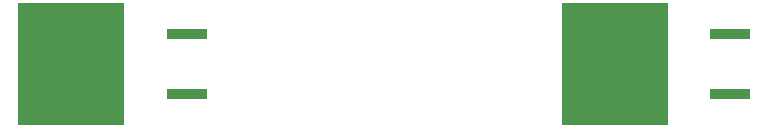
<source format=gbr>
G04*
G04 #@! TF.GenerationSoftware,Altium Limited,Altium Designer,25.4.2 (15)*
G04*
G04 Layer_Color=8421504*
%FSLAX44Y44*%
%MOMM*%
G71*
G04*
G04 #@! TF.SameCoordinates,9E434B86-177F-4C43-98DC-E9B8BA562479*
G04*
G04*
G04 #@! TF.FilePolarity,Positive*
G04*
G01*
G75*
%ADD10R,9.0000X10.3500*%
%ADD11R,3.5000X0.9500*%
D10*
X1579968Y340476D02*
D03*
X2040028D02*
D03*
D11*
X1677468Y365876D02*
D03*
Y315076D02*
D03*
X2137528Y365876D02*
D03*
Y315076D02*
D03*
M02*

</source>
